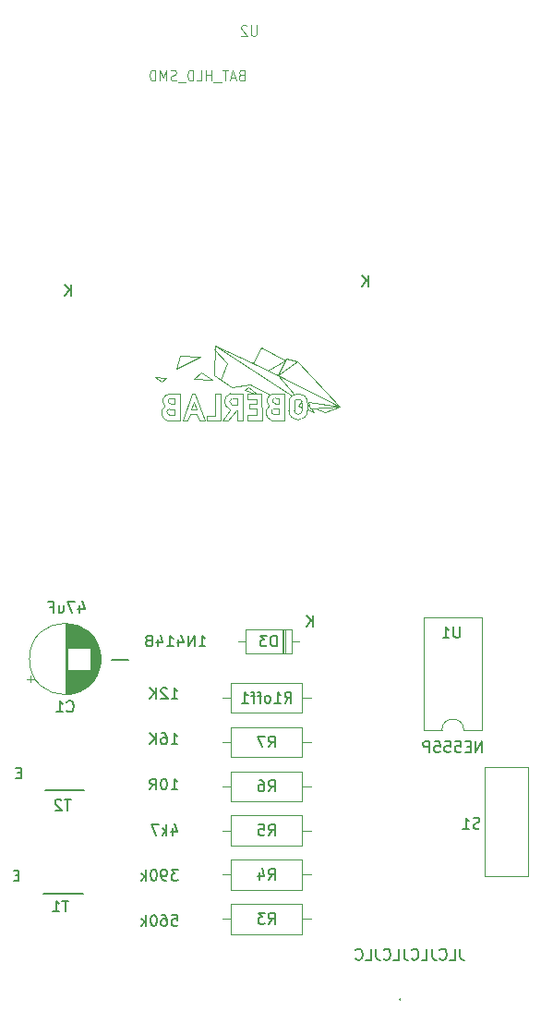
<source format=gbr>
%TF.GenerationSoftware,KiCad,Pcbnew,9.0.6*%
%TF.CreationDate,2025-12-01T23:05:10+01:00*%
%TF.ProjectId,Coala,436f616c-612e-46b6-9963-61645f706362,rev?*%
%TF.SameCoordinates,Original*%
%TF.FileFunction,Legend,Bot*%
%TF.FilePolarity,Positive*%
%FSLAX46Y46*%
G04 Gerber Fmt 4.6, Leading zero omitted, Abs format (unit mm)*
G04 Created by KiCad (PCBNEW 9.0.6) date 2025-12-01 23:05:10*
%MOMM*%
%LPD*%
G01*
G04 APERTURE LIST*
%ADD10C,0.150000*%
%ADD11C,0.200000*%
%ADD12C,0.050000*%
%ADD13C,0.120000*%
%ADD14C,0.010000*%
G04 APERTURE END LIST*
D10*
X122661904Y-127054819D02*
X122090476Y-127054819D01*
X122376190Y-128054819D02*
X122376190Y-127054819D01*
X121804761Y-127150057D02*
X121757142Y-127102438D01*
X121757142Y-127102438D02*
X121661904Y-127054819D01*
X121661904Y-127054819D02*
X121423809Y-127054819D01*
X121423809Y-127054819D02*
X121328571Y-127102438D01*
X121328571Y-127102438D02*
X121280952Y-127150057D01*
X121280952Y-127150057D02*
X121233333Y-127245295D01*
X121233333Y-127245295D02*
X121233333Y-127340533D01*
X121233333Y-127340533D02*
X121280952Y-127483390D01*
X121280952Y-127483390D02*
X121852380Y-128054819D01*
X121852380Y-128054819D02*
X121233333Y-128054819D01*
X122461904Y-136354819D02*
X121890476Y-136354819D01*
X122176190Y-137354819D02*
X122176190Y-136354819D01*
X121033333Y-137354819D02*
X121604761Y-137354819D01*
X121319047Y-137354819D02*
X121319047Y-136354819D01*
X121319047Y-136354819D02*
X121414285Y-136497676D01*
X121414285Y-136497676D02*
X121509523Y-136592914D01*
X121509523Y-136592914D02*
X121604761Y-136640533D01*
X158377506Y-140769819D02*
X158377506Y-141484104D01*
X158377506Y-141484104D02*
X158425125Y-141626961D01*
X158425125Y-141626961D02*
X158520363Y-141722200D01*
X158520363Y-141722200D02*
X158663220Y-141769819D01*
X158663220Y-141769819D02*
X158758458Y-141769819D01*
X157425125Y-141769819D02*
X157901315Y-141769819D01*
X157901315Y-141769819D02*
X157901315Y-140769819D01*
X156520363Y-141674580D02*
X156567982Y-141722200D01*
X156567982Y-141722200D02*
X156710839Y-141769819D01*
X156710839Y-141769819D02*
X156806077Y-141769819D01*
X156806077Y-141769819D02*
X156948934Y-141722200D01*
X156948934Y-141722200D02*
X157044172Y-141626961D01*
X157044172Y-141626961D02*
X157091791Y-141531723D01*
X157091791Y-141531723D02*
X157139410Y-141341247D01*
X157139410Y-141341247D02*
X157139410Y-141198390D01*
X157139410Y-141198390D02*
X157091791Y-141007914D01*
X157091791Y-141007914D02*
X157044172Y-140912676D01*
X157044172Y-140912676D02*
X156948934Y-140817438D01*
X156948934Y-140817438D02*
X156806077Y-140769819D01*
X156806077Y-140769819D02*
X156710839Y-140769819D01*
X156710839Y-140769819D02*
X156567982Y-140817438D01*
X156567982Y-140817438D02*
X156520363Y-140865057D01*
X155806077Y-140769819D02*
X155806077Y-141484104D01*
X155806077Y-141484104D02*
X155853696Y-141626961D01*
X155853696Y-141626961D02*
X155948934Y-141722200D01*
X155948934Y-141722200D02*
X156091791Y-141769819D01*
X156091791Y-141769819D02*
X156187029Y-141769819D01*
X154853696Y-141769819D02*
X155329886Y-141769819D01*
X155329886Y-141769819D02*
X155329886Y-140769819D01*
X153948934Y-141674580D02*
X153996553Y-141722200D01*
X153996553Y-141722200D02*
X154139410Y-141769819D01*
X154139410Y-141769819D02*
X154234648Y-141769819D01*
X154234648Y-141769819D02*
X154377505Y-141722200D01*
X154377505Y-141722200D02*
X154472743Y-141626961D01*
X154472743Y-141626961D02*
X154520362Y-141531723D01*
X154520362Y-141531723D02*
X154567981Y-141341247D01*
X154567981Y-141341247D02*
X154567981Y-141198390D01*
X154567981Y-141198390D02*
X154520362Y-141007914D01*
X154520362Y-141007914D02*
X154472743Y-140912676D01*
X154472743Y-140912676D02*
X154377505Y-140817438D01*
X154377505Y-140817438D02*
X154234648Y-140769819D01*
X154234648Y-140769819D02*
X154139410Y-140769819D01*
X154139410Y-140769819D02*
X153996553Y-140817438D01*
X153996553Y-140817438D02*
X153948934Y-140865057D01*
X153234648Y-140769819D02*
X153234648Y-141484104D01*
X153234648Y-141484104D02*
X153282267Y-141626961D01*
X153282267Y-141626961D02*
X153377505Y-141722200D01*
X153377505Y-141722200D02*
X153520362Y-141769819D01*
X153520362Y-141769819D02*
X153615600Y-141769819D01*
X152282267Y-141769819D02*
X152758457Y-141769819D01*
X152758457Y-141769819D02*
X152758457Y-140769819D01*
X151377505Y-141674580D02*
X151425124Y-141722200D01*
X151425124Y-141722200D02*
X151567981Y-141769819D01*
X151567981Y-141769819D02*
X151663219Y-141769819D01*
X151663219Y-141769819D02*
X151806076Y-141722200D01*
X151806076Y-141722200D02*
X151901314Y-141626961D01*
X151901314Y-141626961D02*
X151948933Y-141531723D01*
X151948933Y-141531723D02*
X151996552Y-141341247D01*
X151996552Y-141341247D02*
X151996552Y-141198390D01*
X151996552Y-141198390D02*
X151948933Y-141007914D01*
X151948933Y-141007914D02*
X151901314Y-140912676D01*
X151901314Y-140912676D02*
X151806076Y-140817438D01*
X151806076Y-140817438D02*
X151663219Y-140769819D01*
X151663219Y-140769819D02*
X151567981Y-140769819D01*
X151567981Y-140769819D02*
X151425124Y-140817438D01*
X151425124Y-140817438D02*
X151377505Y-140865057D01*
X150663219Y-140769819D02*
X150663219Y-141484104D01*
X150663219Y-141484104D02*
X150710838Y-141626961D01*
X150710838Y-141626961D02*
X150806076Y-141722200D01*
X150806076Y-141722200D02*
X150948933Y-141769819D01*
X150948933Y-141769819D02*
X151044171Y-141769819D01*
X149710838Y-141769819D02*
X150187028Y-141769819D01*
X150187028Y-141769819D02*
X150187028Y-140769819D01*
X148806076Y-141674580D02*
X148853695Y-141722200D01*
X148853695Y-141722200D02*
X148996552Y-141769819D01*
X148996552Y-141769819D02*
X149091790Y-141769819D01*
X149091790Y-141769819D02*
X149234647Y-141722200D01*
X149234647Y-141722200D02*
X149329885Y-141626961D01*
X149329885Y-141626961D02*
X149377504Y-141531723D01*
X149377504Y-141531723D02*
X149425123Y-141341247D01*
X149425123Y-141341247D02*
X149425123Y-141198390D01*
X149425123Y-141198390D02*
X149377504Y-141007914D01*
X149377504Y-141007914D02*
X149329885Y-140912676D01*
X149329885Y-140912676D02*
X149234647Y-140817438D01*
X149234647Y-140817438D02*
X149091790Y-140769819D01*
X149091790Y-140769819D02*
X148996552Y-140769819D01*
X148996552Y-140769819D02*
X148853695Y-140817438D01*
X148853695Y-140817438D02*
X148806076Y-140865057D01*
X117914285Y-134031009D02*
X117580952Y-134031009D01*
X117438095Y-134554819D02*
X117914285Y-134554819D01*
X117914285Y-134554819D02*
X117914285Y-133554819D01*
X117914285Y-133554819D02*
X117438095Y-133554819D01*
X118114285Y-124631009D02*
X117780952Y-124631009D01*
X117638095Y-125154819D02*
X118114285Y-125154819D01*
X118114285Y-125154819D02*
X118114285Y-124154819D01*
X118114285Y-124154819D02*
X117638095Y-124154819D01*
X120300000Y-126200000D02*
X123900000Y-126200000D01*
X120200000Y-135700000D02*
X123800000Y-135700000D01*
D11*
X127961904Y-114252933D02*
X126438095Y-114252933D01*
D10*
X149961904Y-80054819D02*
X149961904Y-79054819D01*
X149390476Y-80054819D02*
X149819047Y-79483390D01*
X149390476Y-79054819D02*
X149961904Y-79626247D01*
X122661904Y-80954819D02*
X122661904Y-79954819D01*
X122090476Y-80954819D02*
X122519047Y-80383390D01*
X122090476Y-79954819D02*
X122661904Y-80526247D01*
D12*
X139715714Y-56120019D02*
X139715714Y-56929542D01*
X139715714Y-56929542D02*
X139672857Y-57024780D01*
X139672857Y-57024780D02*
X139630000Y-57072400D01*
X139630000Y-57072400D02*
X139544285Y-57120019D01*
X139544285Y-57120019D02*
X139372857Y-57120019D01*
X139372857Y-57120019D02*
X139287142Y-57072400D01*
X139287142Y-57072400D02*
X139244285Y-57024780D01*
X139244285Y-57024780D02*
X139201428Y-56929542D01*
X139201428Y-56929542D02*
X139201428Y-56120019D01*
X138815714Y-56215257D02*
X138772857Y-56167638D01*
X138772857Y-56167638D02*
X138687143Y-56120019D01*
X138687143Y-56120019D02*
X138472857Y-56120019D01*
X138472857Y-56120019D02*
X138387143Y-56167638D01*
X138387143Y-56167638D02*
X138344285Y-56215257D01*
X138344285Y-56215257D02*
X138301428Y-56310495D01*
X138301428Y-56310495D02*
X138301428Y-56405733D01*
X138301428Y-56405733D02*
X138344285Y-56548590D01*
X138344285Y-56548590D02*
X138858571Y-57120019D01*
X138858571Y-57120019D02*
X138301428Y-57120019D01*
X138308570Y-60716209D02*
X138179998Y-60763828D01*
X138179998Y-60763828D02*
X138137141Y-60811447D01*
X138137141Y-60811447D02*
X138094284Y-60906685D01*
X138094284Y-60906685D02*
X138094284Y-61049542D01*
X138094284Y-61049542D02*
X138137141Y-61144780D01*
X138137141Y-61144780D02*
X138179998Y-61192400D01*
X138179998Y-61192400D02*
X138265713Y-61240019D01*
X138265713Y-61240019D02*
X138608570Y-61240019D01*
X138608570Y-61240019D02*
X138608570Y-60240019D01*
X138608570Y-60240019D02*
X138308570Y-60240019D01*
X138308570Y-60240019D02*
X138222856Y-60287638D01*
X138222856Y-60287638D02*
X138179998Y-60335257D01*
X138179998Y-60335257D02*
X138137141Y-60430495D01*
X138137141Y-60430495D02*
X138137141Y-60525733D01*
X138137141Y-60525733D02*
X138179998Y-60620971D01*
X138179998Y-60620971D02*
X138222856Y-60668590D01*
X138222856Y-60668590D02*
X138308570Y-60716209D01*
X138308570Y-60716209D02*
X138608570Y-60716209D01*
X137751427Y-60954304D02*
X137322856Y-60954304D01*
X137837141Y-61240019D02*
X137537141Y-60240019D01*
X137537141Y-60240019D02*
X137237141Y-61240019D01*
X137065712Y-60240019D02*
X136551427Y-60240019D01*
X136808569Y-61240019D02*
X136808569Y-60240019D01*
X136465713Y-61335257D02*
X135779998Y-61335257D01*
X135565713Y-61240019D02*
X135565713Y-60240019D01*
X135565713Y-60716209D02*
X135051427Y-60716209D01*
X135051427Y-61240019D02*
X135051427Y-60240019D01*
X134194284Y-61240019D02*
X134622856Y-61240019D01*
X134622856Y-61240019D02*
X134622856Y-60240019D01*
X133894285Y-61240019D02*
X133894285Y-60240019D01*
X133894285Y-60240019D02*
X133679999Y-60240019D01*
X133679999Y-60240019D02*
X133551428Y-60287638D01*
X133551428Y-60287638D02*
X133465713Y-60382876D01*
X133465713Y-60382876D02*
X133422856Y-60478114D01*
X133422856Y-60478114D02*
X133379999Y-60668590D01*
X133379999Y-60668590D02*
X133379999Y-60811447D01*
X133379999Y-60811447D02*
X133422856Y-61001923D01*
X133422856Y-61001923D02*
X133465713Y-61097161D01*
X133465713Y-61097161D02*
X133551428Y-61192400D01*
X133551428Y-61192400D02*
X133679999Y-61240019D01*
X133679999Y-61240019D02*
X133894285Y-61240019D01*
X133208571Y-61335257D02*
X132522856Y-61335257D01*
X132351428Y-61192400D02*
X132222857Y-61240019D01*
X132222857Y-61240019D02*
X132008571Y-61240019D01*
X132008571Y-61240019D02*
X131922857Y-61192400D01*
X131922857Y-61192400D02*
X131879999Y-61144780D01*
X131879999Y-61144780D02*
X131837142Y-61049542D01*
X131837142Y-61049542D02*
X131837142Y-60954304D01*
X131837142Y-60954304D02*
X131879999Y-60859066D01*
X131879999Y-60859066D02*
X131922857Y-60811447D01*
X131922857Y-60811447D02*
X132008571Y-60763828D01*
X132008571Y-60763828D02*
X132179999Y-60716209D01*
X132179999Y-60716209D02*
X132265714Y-60668590D01*
X132265714Y-60668590D02*
X132308571Y-60620971D01*
X132308571Y-60620971D02*
X132351428Y-60525733D01*
X132351428Y-60525733D02*
X132351428Y-60430495D01*
X132351428Y-60430495D02*
X132308571Y-60335257D01*
X132308571Y-60335257D02*
X132265714Y-60287638D01*
X132265714Y-60287638D02*
X132179999Y-60240019D01*
X132179999Y-60240019D02*
X131965714Y-60240019D01*
X131965714Y-60240019D02*
X131837142Y-60287638D01*
X131451428Y-61240019D02*
X131451428Y-60240019D01*
X131451428Y-60240019D02*
X131151428Y-60954304D01*
X131151428Y-60954304D02*
X130851428Y-60240019D01*
X130851428Y-60240019D02*
X130851428Y-61240019D01*
X130422857Y-61240019D02*
X130422857Y-60240019D01*
X130422857Y-60240019D02*
X130208571Y-60240019D01*
X130208571Y-60240019D02*
X130080000Y-60287638D01*
X130080000Y-60287638D02*
X129994285Y-60382876D01*
X129994285Y-60382876D02*
X129951428Y-60478114D01*
X129951428Y-60478114D02*
X129908571Y-60668590D01*
X129908571Y-60668590D02*
X129908571Y-60811447D01*
X129908571Y-60811447D02*
X129951428Y-61001923D01*
X129951428Y-61001923D02*
X129994285Y-61097161D01*
X129994285Y-61097161D02*
X130080000Y-61192400D01*
X130080000Y-61192400D02*
X130208571Y-61240019D01*
X130208571Y-61240019D02*
X130422857Y-61240019D01*
D10*
X158361904Y-111254819D02*
X158361904Y-112064342D01*
X158361904Y-112064342D02*
X158314285Y-112159580D01*
X158314285Y-112159580D02*
X158266666Y-112207200D01*
X158266666Y-112207200D02*
X158171428Y-112254819D01*
X158171428Y-112254819D02*
X157980952Y-112254819D01*
X157980952Y-112254819D02*
X157885714Y-112207200D01*
X157885714Y-112207200D02*
X157838095Y-112159580D01*
X157838095Y-112159580D02*
X157790476Y-112064342D01*
X157790476Y-112064342D02*
X157790476Y-111254819D01*
X156790476Y-112254819D02*
X157361904Y-112254819D01*
X157076190Y-112254819D02*
X157076190Y-111254819D01*
X157076190Y-111254819D02*
X157171428Y-111397676D01*
X157171428Y-111397676D02*
X157266666Y-111492914D01*
X157266666Y-111492914D02*
X157361904Y-111540533D01*
X160366666Y-122754819D02*
X160366666Y-121754819D01*
X160366666Y-121754819D02*
X159795238Y-122754819D01*
X159795238Y-122754819D02*
X159795238Y-121754819D01*
X159319047Y-122231009D02*
X158985714Y-122231009D01*
X158842857Y-122754819D02*
X159319047Y-122754819D01*
X159319047Y-122754819D02*
X159319047Y-121754819D01*
X159319047Y-121754819D02*
X158842857Y-121754819D01*
X157938095Y-121754819D02*
X158414285Y-121754819D01*
X158414285Y-121754819D02*
X158461904Y-122231009D01*
X158461904Y-122231009D02*
X158414285Y-122183390D01*
X158414285Y-122183390D02*
X158319047Y-122135771D01*
X158319047Y-122135771D02*
X158080952Y-122135771D01*
X158080952Y-122135771D02*
X157985714Y-122183390D01*
X157985714Y-122183390D02*
X157938095Y-122231009D01*
X157938095Y-122231009D02*
X157890476Y-122326247D01*
X157890476Y-122326247D02*
X157890476Y-122564342D01*
X157890476Y-122564342D02*
X157938095Y-122659580D01*
X157938095Y-122659580D02*
X157985714Y-122707200D01*
X157985714Y-122707200D02*
X158080952Y-122754819D01*
X158080952Y-122754819D02*
X158319047Y-122754819D01*
X158319047Y-122754819D02*
X158414285Y-122707200D01*
X158414285Y-122707200D02*
X158461904Y-122659580D01*
X156985714Y-121754819D02*
X157461904Y-121754819D01*
X157461904Y-121754819D02*
X157509523Y-122231009D01*
X157509523Y-122231009D02*
X157461904Y-122183390D01*
X157461904Y-122183390D02*
X157366666Y-122135771D01*
X157366666Y-122135771D02*
X157128571Y-122135771D01*
X157128571Y-122135771D02*
X157033333Y-122183390D01*
X157033333Y-122183390D02*
X156985714Y-122231009D01*
X156985714Y-122231009D02*
X156938095Y-122326247D01*
X156938095Y-122326247D02*
X156938095Y-122564342D01*
X156938095Y-122564342D02*
X156985714Y-122659580D01*
X156985714Y-122659580D02*
X157033333Y-122707200D01*
X157033333Y-122707200D02*
X157128571Y-122754819D01*
X157128571Y-122754819D02*
X157366666Y-122754819D01*
X157366666Y-122754819D02*
X157461904Y-122707200D01*
X157461904Y-122707200D02*
X157509523Y-122659580D01*
X156033333Y-121754819D02*
X156509523Y-121754819D01*
X156509523Y-121754819D02*
X156557142Y-122231009D01*
X156557142Y-122231009D02*
X156509523Y-122183390D01*
X156509523Y-122183390D02*
X156414285Y-122135771D01*
X156414285Y-122135771D02*
X156176190Y-122135771D01*
X156176190Y-122135771D02*
X156080952Y-122183390D01*
X156080952Y-122183390D02*
X156033333Y-122231009D01*
X156033333Y-122231009D02*
X155985714Y-122326247D01*
X155985714Y-122326247D02*
X155985714Y-122564342D01*
X155985714Y-122564342D02*
X156033333Y-122659580D01*
X156033333Y-122659580D02*
X156080952Y-122707200D01*
X156080952Y-122707200D02*
X156176190Y-122754819D01*
X156176190Y-122754819D02*
X156414285Y-122754819D01*
X156414285Y-122754819D02*
X156509523Y-122707200D01*
X156509523Y-122707200D02*
X156557142Y-122659580D01*
X155557142Y-122754819D02*
X155557142Y-121754819D01*
X155557142Y-121754819D02*
X155176190Y-121754819D01*
X155176190Y-121754819D02*
X155080952Y-121802438D01*
X155080952Y-121802438D02*
X155033333Y-121850057D01*
X155033333Y-121850057D02*
X154985714Y-121945295D01*
X154985714Y-121945295D02*
X154985714Y-122088152D01*
X154985714Y-122088152D02*
X155033333Y-122183390D01*
X155033333Y-122183390D02*
X155080952Y-122231009D01*
X155080952Y-122231009D02*
X155176190Y-122278628D01*
X155176190Y-122278628D02*
X155557142Y-122278628D01*
X160161904Y-129707200D02*
X160019047Y-129754819D01*
X160019047Y-129754819D02*
X159780952Y-129754819D01*
X159780952Y-129754819D02*
X159685714Y-129707200D01*
X159685714Y-129707200D02*
X159638095Y-129659580D01*
X159638095Y-129659580D02*
X159590476Y-129564342D01*
X159590476Y-129564342D02*
X159590476Y-129469104D01*
X159590476Y-129469104D02*
X159638095Y-129373866D01*
X159638095Y-129373866D02*
X159685714Y-129326247D01*
X159685714Y-129326247D02*
X159780952Y-129278628D01*
X159780952Y-129278628D02*
X159971428Y-129231009D01*
X159971428Y-129231009D02*
X160066666Y-129183390D01*
X160066666Y-129183390D02*
X160114285Y-129135771D01*
X160114285Y-129135771D02*
X160161904Y-129040533D01*
X160161904Y-129040533D02*
X160161904Y-128945295D01*
X160161904Y-128945295D02*
X160114285Y-128850057D01*
X160114285Y-128850057D02*
X160066666Y-128802438D01*
X160066666Y-128802438D02*
X159971428Y-128754819D01*
X159971428Y-128754819D02*
X159733333Y-128754819D01*
X159733333Y-128754819D02*
X159590476Y-128802438D01*
X158638095Y-129754819D02*
X159209523Y-129754819D01*
X158923809Y-129754819D02*
X158923809Y-128754819D01*
X158923809Y-128754819D02*
X159019047Y-128897676D01*
X159019047Y-128897676D02*
X159114285Y-128992914D01*
X159114285Y-128992914D02*
X159209523Y-129040533D01*
X140802487Y-122278761D02*
X141135820Y-121802570D01*
X141373915Y-122278761D02*
X141373915Y-121278761D01*
X141373915Y-121278761D02*
X140992963Y-121278761D01*
X140992963Y-121278761D02*
X140897725Y-121326380D01*
X140897725Y-121326380D02*
X140850106Y-121373999D01*
X140850106Y-121373999D02*
X140802487Y-121469237D01*
X140802487Y-121469237D02*
X140802487Y-121612094D01*
X140802487Y-121612094D02*
X140850106Y-121707332D01*
X140850106Y-121707332D02*
X140897725Y-121754951D01*
X140897725Y-121754951D02*
X140992963Y-121802570D01*
X140992963Y-121802570D02*
X141373915Y-121802570D01*
X140469153Y-121278761D02*
X139802487Y-121278761D01*
X139802487Y-121278761D02*
X140231058Y-122278761D01*
X131890476Y-122014819D02*
X132461904Y-122014819D01*
X132176190Y-122014819D02*
X132176190Y-121014819D01*
X132176190Y-121014819D02*
X132271428Y-121157676D01*
X132271428Y-121157676D02*
X132366666Y-121252914D01*
X132366666Y-121252914D02*
X132461904Y-121300533D01*
X131033333Y-121014819D02*
X131223809Y-121014819D01*
X131223809Y-121014819D02*
X131319047Y-121062438D01*
X131319047Y-121062438D02*
X131366666Y-121110057D01*
X131366666Y-121110057D02*
X131461904Y-121252914D01*
X131461904Y-121252914D02*
X131509523Y-121443390D01*
X131509523Y-121443390D02*
X131509523Y-121824342D01*
X131509523Y-121824342D02*
X131461904Y-121919580D01*
X131461904Y-121919580D02*
X131414285Y-121967200D01*
X131414285Y-121967200D02*
X131319047Y-122014819D01*
X131319047Y-122014819D02*
X131128571Y-122014819D01*
X131128571Y-122014819D02*
X131033333Y-121967200D01*
X131033333Y-121967200D02*
X130985714Y-121919580D01*
X130985714Y-121919580D02*
X130938095Y-121824342D01*
X130938095Y-121824342D02*
X130938095Y-121586247D01*
X130938095Y-121586247D02*
X130985714Y-121491009D01*
X130985714Y-121491009D02*
X131033333Y-121443390D01*
X131033333Y-121443390D02*
X131128571Y-121395771D01*
X131128571Y-121395771D02*
X131319047Y-121395771D01*
X131319047Y-121395771D02*
X131414285Y-121443390D01*
X131414285Y-121443390D02*
X131461904Y-121491009D01*
X131461904Y-121491009D02*
X131509523Y-121586247D01*
X130509523Y-122014819D02*
X130509523Y-121014819D01*
X129938095Y-122014819D02*
X130366666Y-121443390D01*
X129938095Y-121014819D02*
X130509523Y-121586247D01*
X140802487Y-126328761D02*
X141135820Y-125852570D01*
X141373915Y-126328761D02*
X141373915Y-125328761D01*
X141373915Y-125328761D02*
X140992963Y-125328761D01*
X140992963Y-125328761D02*
X140897725Y-125376380D01*
X140897725Y-125376380D02*
X140850106Y-125423999D01*
X140850106Y-125423999D02*
X140802487Y-125519237D01*
X140802487Y-125519237D02*
X140802487Y-125662094D01*
X140802487Y-125662094D02*
X140850106Y-125757332D01*
X140850106Y-125757332D02*
X140897725Y-125804951D01*
X140897725Y-125804951D02*
X140992963Y-125852570D01*
X140992963Y-125852570D02*
X141373915Y-125852570D01*
X139945344Y-125328761D02*
X140135820Y-125328761D01*
X140135820Y-125328761D02*
X140231058Y-125376380D01*
X140231058Y-125376380D02*
X140278677Y-125423999D01*
X140278677Y-125423999D02*
X140373915Y-125566856D01*
X140373915Y-125566856D02*
X140421534Y-125757332D01*
X140421534Y-125757332D02*
X140421534Y-126138284D01*
X140421534Y-126138284D02*
X140373915Y-126233522D01*
X140373915Y-126233522D02*
X140326296Y-126281142D01*
X140326296Y-126281142D02*
X140231058Y-126328761D01*
X140231058Y-126328761D02*
X140040582Y-126328761D01*
X140040582Y-126328761D02*
X139945344Y-126281142D01*
X139945344Y-126281142D02*
X139897725Y-126233522D01*
X139897725Y-126233522D02*
X139850106Y-126138284D01*
X139850106Y-126138284D02*
X139850106Y-125900189D01*
X139850106Y-125900189D02*
X139897725Y-125804951D01*
X139897725Y-125804951D02*
X139945344Y-125757332D01*
X139945344Y-125757332D02*
X140040582Y-125709713D01*
X140040582Y-125709713D02*
X140231058Y-125709713D01*
X140231058Y-125709713D02*
X140326296Y-125757332D01*
X140326296Y-125757332D02*
X140373915Y-125804951D01*
X140373915Y-125804951D02*
X140421534Y-125900189D01*
X131890476Y-126174819D02*
X132461904Y-126174819D01*
X132176190Y-126174819D02*
X132176190Y-125174819D01*
X132176190Y-125174819D02*
X132271428Y-125317676D01*
X132271428Y-125317676D02*
X132366666Y-125412914D01*
X132366666Y-125412914D02*
X132461904Y-125460533D01*
X131271428Y-125174819D02*
X131176190Y-125174819D01*
X131176190Y-125174819D02*
X131080952Y-125222438D01*
X131080952Y-125222438D02*
X131033333Y-125270057D01*
X131033333Y-125270057D02*
X130985714Y-125365295D01*
X130985714Y-125365295D02*
X130938095Y-125555771D01*
X130938095Y-125555771D02*
X130938095Y-125793866D01*
X130938095Y-125793866D02*
X130985714Y-125984342D01*
X130985714Y-125984342D02*
X131033333Y-126079580D01*
X131033333Y-126079580D02*
X131080952Y-126127200D01*
X131080952Y-126127200D02*
X131176190Y-126174819D01*
X131176190Y-126174819D02*
X131271428Y-126174819D01*
X131271428Y-126174819D02*
X131366666Y-126127200D01*
X131366666Y-126127200D02*
X131414285Y-126079580D01*
X131414285Y-126079580D02*
X131461904Y-125984342D01*
X131461904Y-125984342D02*
X131509523Y-125793866D01*
X131509523Y-125793866D02*
X131509523Y-125555771D01*
X131509523Y-125555771D02*
X131461904Y-125365295D01*
X131461904Y-125365295D02*
X131414285Y-125270057D01*
X131414285Y-125270057D02*
X131366666Y-125222438D01*
X131366666Y-125222438D02*
X131271428Y-125174819D01*
X129938095Y-126174819D02*
X130271428Y-125698628D01*
X130509523Y-126174819D02*
X130509523Y-125174819D01*
X130509523Y-125174819D02*
X130128571Y-125174819D01*
X130128571Y-125174819D02*
X130033333Y-125222438D01*
X130033333Y-125222438D02*
X129985714Y-125270057D01*
X129985714Y-125270057D02*
X129938095Y-125365295D01*
X129938095Y-125365295D02*
X129938095Y-125508152D01*
X129938095Y-125508152D02*
X129985714Y-125603390D01*
X129985714Y-125603390D02*
X130033333Y-125651009D01*
X130033333Y-125651009D02*
X130128571Y-125698628D01*
X130128571Y-125698628D02*
X130509523Y-125698628D01*
X140802487Y-130378761D02*
X141135820Y-129902570D01*
X141373915Y-130378761D02*
X141373915Y-129378761D01*
X141373915Y-129378761D02*
X140992963Y-129378761D01*
X140992963Y-129378761D02*
X140897725Y-129426380D01*
X140897725Y-129426380D02*
X140850106Y-129473999D01*
X140850106Y-129473999D02*
X140802487Y-129569237D01*
X140802487Y-129569237D02*
X140802487Y-129712094D01*
X140802487Y-129712094D02*
X140850106Y-129807332D01*
X140850106Y-129807332D02*
X140897725Y-129854951D01*
X140897725Y-129854951D02*
X140992963Y-129902570D01*
X140992963Y-129902570D02*
X141373915Y-129902570D01*
X139897725Y-129378761D02*
X140373915Y-129378761D01*
X140373915Y-129378761D02*
X140421534Y-129854951D01*
X140421534Y-129854951D02*
X140373915Y-129807332D01*
X140373915Y-129807332D02*
X140278677Y-129759713D01*
X140278677Y-129759713D02*
X140040582Y-129759713D01*
X140040582Y-129759713D02*
X139945344Y-129807332D01*
X139945344Y-129807332D02*
X139897725Y-129854951D01*
X139897725Y-129854951D02*
X139850106Y-129950189D01*
X139850106Y-129950189D02*
X139850106Y-130188284D01*
X139850106Y-130188284D02*
X139897725Y-130283522D01*
X139897725Y-130283522D02*
X139945344Y-130331142D01*
X139945344Y-130331142D02*
X140040582Y-130378761D01*
X140040582Y-130378761D02*
X140278677Y-130378761D01*
X140278677Y-130378761D02*
X140373915Y-130331142D01*
X140373915Y-130331142D02*
X140421534Y-130283522D01*
X131985714Y-129668152D02*
X131985714Y-130334819D01*
X132223809Y-129287200D02*
X132461904Y-130001485D01*
X132461904Y-130001485D02*
X131842857Y-130001485D01*
X131461904Y-130334819D02*
X131461904Y-129334819D01*
X131366666Y-129953866D02*
X131080952Y-130334819D01*
X131080952Y-129668152D02*
X131461904Y-130049104D01*
X130747618Y-129334819D02*
X130080952Y-129334819D01*
X130080952Y-129334819D02*
X130509523Y-130334819D01*
X140802487Y-134428761D02*
X141135820Y-133952570D01*
X141373915Y-134428761D02*
X141373915Y-133428761D01*
X141373915Y-133428761D02*
X140992963Y-133428761D01*
X140992963Y-133428761D02*
X140897725Y-133476380D01*
X140897725Y-133476380D02*
X140850106Y-133523999D01*
X140850106Y-133523999D02*
X140802487Y-133619237D01*
X140802487Y-133619237D02*
X140802487Y-133762094D01*
X140802487Y-133762094D02*
X140850106Y-133857332D01*
X140850106Y-133857332D02*
X140897725Y-133904951D01*
X140897725Y-133904951D02*
X140992963Y-133952570D01*
X140992963Y-133952570D02*
X141373915Y-133952570D01*
X139945344Y-133762094D02*
X139945344Y-134428761D01*
X140183439Y-133381142D02*
X140421534Y-134095427D01*
X140421534Y-134095427D02*
X139802487Y-134095427D01*
X132509522Y-133494819D02*
X131890475Y-133494819D01*
X131890475Y-133494819D02*
X132223808Y-133875771D01*
X132223808Y-133875771D02*
X132080951Y-133875771D01*
X132080951Y-133875771D02*
X131985713Y-133923390D01*
X131985713Y-133923390D02*
X131938094Y-133971009D01*
X131938094Y-133971009D02*
X131890475Y-134066247D01*
X131890475Y-134066247D02*
X131890475Y-134304342D01*
X131890475Y-134304342D02*
X131938094Y-134399580D01*
X131938094Y-134399580D02*
X131985713Y-134447200D01*
X131985713Y-134447200D02*
X132080951Y-134494819D01*
X132080951Y-134494819D02*
X132366665Y-134494819D01*
X132366665Y-134494819D02*
X132461903Y-134447200D01*
X132461903Y-134447200D02*
X132509522Y-134399580D01*
X131414284Y-134494819D02*
X131223808Y-134494819D01*
X131223808Y-134494819D02*
X131128570Y-134447200D01*
X131128570Y-134447200D02*
X131080951Y-134399580D01*
X131080951Y-134399580D02*
X130985713Y-134256723D01*
X130985713Y-134256723D02*
X130938094Y-134066247D01*
X130938094Y-134066247D02*
X130938094Y-133685295D01*
X130938094Y-133685295D02*
X130985713Y-133590057D01*
X130985713Y-133590057D02*
X131033332Y-133542438D01*
X131033332Y-133542438D02*
X131128570Y-133494819D01*
X131128570Y-133494819D02*
X131319046Y-133494819D01*
X131319046Y-133494819D02*
X131414284Y-133542438D01*
X131414284Y-133542438D02*
X131461903Y-133590057D01*
X131461903Y-133590057D02*
X131509522Y-133685295D01*
X131509522Y-133685295D02*
X131509522Y-133923390D01*
X131509522Y-133923390D02*
X131461903Y-134018628D01*
X131461903Y-134018628D02*
X131414284Y-134066247D01*
X131414284Y-134066247D02*
X131319046Y-134113866D01*
X131319046Y-134113866D02*
X131128570Y-134113866D01*
X131128570Y-134113866D02*
X131033332Y-134066247D01*
X131033332Y-134066247D02*
X130985713Y-134018628D01*
X130985713Y-134018628D02*
X130938094Y-133923390D01*
X130319046Y-133494819D02*
X130223808Y-133494819D01*
X130223808Y-133494819D02*
X130128570Y-133542438D01*
X130128570Y-133542438D02*
X130080951Y-133590057D01*
X130080951Y-133590057D02*
X130033332Y-133685295D01*
X130033332Y-133685295D02*
X129985713Y-133875771D01*
X129985713Y-133875771D02*
X129985713Y-134113866D01*
X129985713Y-134113866D02*
X130033332Y-134304342D01*
X130033332Y-134304342D02*
X130080951Y-134399580D01*
X130080951Y-134399580D02*
X130128570Y-134447200D01*
X130128570Y-134447200D02*
X130223808Y-134494819D01*
X130223808Y-134494819D02*
X130319046Y-134494819D01*
X130319046Y-134494819D02*
X130414284Y-134447200D01*
X130414284Y-134447200D02*
X130461903Y-134399580D01*
X130461903Y-134399580D02*
X130509522Y-134304342D01*
X130509522Y-134304342D02*
X130557141Y-134113866D01*
X130557141Y-134113866D02*
X130557141Y-133875771D01*
X130557141Y-133875771D02*
X130509522Y-133685295D01*
X130509522Y-133685295D02*
X130461903Y-133590057D01*
X130461903Y-133590057D02*
X130414284Y-133542438D01*
X130414284Y-133542438D02*
X130319046Y-133494819D01*
X129557141Y-134494819D02*
X129557141Y-133494819D01*
X129461903Y-134113866D02*
X129176189Y-134494819D01*
X129176189Y-133828152D02*
X129557141Y-134209104D01*
X140802487Y-138478761D02*
X141135820Y-138002570D01*
X141373915Y-138478761D02*
X141373915Y-137478761D01*
X141373915Y-137478761D02*
X140992963Y-137478761D01*
X140992963Y-137478761D02*
X140897725Y-137526380D01*
X140897725Y-137526380D02*
X140850106Y-137573999D01*
X140850106Y-137573999D02*
X140802487Y-137669237D01*
X140802487Y-137669237D02*
X140802487Y-137812094D01*
X140802487Y-137812094D02*
X140850106Y-137907332D01*
X140850106Y-137907332D02*
X140897725Y-137954951D01*
X140897725Y-137954951D02*
X140992963Y-138002570D01*
X140992963Y-138002570D02*
X141373915Y-138002570D01*
X140469153Y-137478761D02*
X139850106Y-137478761D01*
X139850106Y-137478761D02*
X140183439Y-137859713D01*
X140183439Y-137859713D02*
X140040582Y-137859713D01*
X140040582Y-137859713D02*
X139945344Y-137907332D01*
X139945344Y-137907332D02*
X139897725Y-137954951D01*
X139897725Y-137954951D02*
X139850106Y-138050189D01*
X139850106Y-138050189D02*
X139850106Y-138288284D01*
X139850106Y-138288284D02*
X139897725Y-138383522D01*
X139897725Y-138383522D02*
X139945344Y-138431142D01*
X139945344Y-138431142D02*
X140040582Y-138478761D01*
X140040582Y-138478761D02*
X140326296Y-138478761D01*
X140326296Y-138478761D02*
X140421534Y-138431142D01*
X140421534Y-138431142D02*
X140469153Y-138383522D01*
X131938094Y-137654819D02*
X132414284Y-137654819D01*
X132414284Y-137654819D02*
X132461903Y-138131009D01*
X132461903Y-138131009D02*
X132414284Y-138083390D01*
X132414284Y-138083390D02*
X132319046Y-138035771D01*
X132319046Y-138035771D02*
X132080951Y-138035771D01*
X132080951Y-138035771D02*
X131985713Y-138083390D01*
X131985713Y-138083390D02*
X131938094Y-138131009D01*
X131938094Y-138131009D02*
X131890475Y-138226247D01*
X131890475Y-138226247D02*
X131890475Y-138464342D01*
X131890475Y-138464342D02*
X131938094Y-138559580D01*
X131938094Y-138559580D02*
X131985713Y-138607200D01*
X131985713Y-138607200D02*
X132080951Y-138654819D01*
X132080951Y-138654819D02*
X132319046Y-138654819D01*
X132319046Y-138654819D02*
X132414284Y-138607200D01*
X132414284Y-138607200D02*
X132461903Y-138559580D01*
X131033332Y-137654819D02*
X131223808Y-137654819D01*
X131223808Y-137654819D02*
X131319046Y-137702438D01*
X131319046Y-137702438D02*
X131366665Y-137750057D01*
X131366665Y-137750057D02*
X131461903Y-137892914D01*
X131461903Y-137892914D02*
X131509522Y-138083390D01*
X131509522Y-138083390D02*
X131509522Y-138464342D01*
X131509522Y-138464342D02*
X131461903Y-138559580D01*
X131461903Y-138559580D02*
X131414284Y-138607200D01*
X131414284Y-138607200D02*
X131319046Y-138654819D01*
X131319046Y-138654819D02*
X131128570Y-138654819D01*
X131128570Y-138654819D02*
X131033332Y-138607200D01*
X131033332Y-138607200D02*
X130985713Y-138559580D01*
X130985713Y-138559580D02*
X130938094Y-138464342D01*
X130938094Y-138464342D02*
X130938094Y-138226247D01*
X130938094Y-138226247D02*
X130985713Y-138131009D01*
X130985713Y-138131009D02*
X131033332Y-138083390D01*
X131033332Y-138083390D02*
X131128570Y-138035771D01*
X131128570Y-138035771D02*
X131319046Y-138035771D01*
X131319046Y-138035771D02*
X131414284Y-138083390D01*
X131414284Y-138083390D02*
X131461903Y-138131009D01*
X131461903Y-138131009D02*
X131509522Y-138226247D01*
X130319046Y-137654819D02*
X130223808Y-137654819D01*
X130223808Y-137654819D02*
X130128570Y-137702438D01*
X130128570Y-137702438D02*
X130080951Y-137750057D01*
X130080951Y-137750057D02*
X130033332Y-137845295D01*
X130033332Y-137845295D02*
X129985713Y-138035771D01*
X129985713Y-138035771D02*
X129985713Y-138273866D01*
X129985713Y-138273866D02*
X130033332Y-138464342D01*
X130033332Y-138464342D02*
X130080951Y-138559580D01*
X130080951Y-138559580D02*
X130128570Y-138607200D01*
X130128570Y-138607200D02*
X130223808Y-138654819D01*
X130223808Y-138654819D02*
X130319046Y-138654819D01*
X130319046Y-138654819D02*
X130414284Y-138607200D01*
X130414284Y-138607200D02*
X130461903Y-138559580D01*
X130461903Y-138559580D02*
X130509522Y-138464342D01*
X130509522Y-138464342D02*
X130557141Y-138273866D01*
X130557141Y-138273866D02*
X130557141Y-138035771D01*
X130557141Y-138035771D02*
X130509522Y-137845295D01*
X130509522Y-137845295D02*
X130461903Y-137750057D01*
X130461903Y-137750057D02*
X130414284Y-137702438D01*
X130414284Y-137702438D02*
X130319046Y-137654819D01*
X129557141Y-138654819D02*
X129557141Y-137654819D01*
X129461903Y-138273866D02*
X129176189Y-138654819D01*
X129176189Y-137988152D02*
X129557141Y-138369104D01*
X142302488Y-118228761D02*
X142635821Y-117752570D01*
X142873916Y-118228761D02*
X142873916Y-117228761D01*
X142873916Y-117228761D02*
X142492964Y-117228761D01*
X142492964Y-117228761D02*
X142397726Y-117276380D01*
X142397726Y-117276380D02*
X142350107Y-117323999D01*
X142350107Y-117323999D02*
X142302488Y-117419237D01*
X142302488Y-117419237D02*
X142302488Y-117562094D01*
X142302488Y-117562094D02*
X142350107Y-117657332D01*
X142350107Y-117657332D02*
X142397726Y-117704951D01*
X142397726Y-117704951D02*
X142492964Y-117752570D01*
X142492964Y-117752570D02*
X142873916Y-117752570D01*
X141350107Y-118228761D02*
X141921535Y-118228761D01*
X141635821Y-118228761D02*
X141635821Y-117228761D01*
X141635821Y-117228761D02*
X141731059Y-117371618D01*
X141731059Y-117371618D02*
X141826297Y-117466856D01*
X141826297Y-117466856D02*
X141921535Y-117514475D01*
X140778678Y-118228761D02*
X140873916Y-118181142D01*
X140873916Y-118181142D02*
X140921535Y-118133522D01*
X140921535Y-118133522D02*
X140969154Y-118038284D01*
X140969154Y-118038284D02*
X140969154Y-117752570D01*
X140969154Y-117752570D02*
X140921535Y-117657332D01*
X140921535Y-117657332D02*
X140873916Y-117609713D01*
X140873916Y-117609713D02*
X140778678Y-117562094D01*
X140778678Y-117562094D02*
X140635821Y-117562094D01*
X140635821Y-117562094D02*
X140540583Y-117609713D01*
X140540583Y-117609713D02*
X140492964Y-117657332D01*
X140492964Y-117657332D02*
X140445345Y-117752570D01*
X140445345Y-117752570D02*
X140445345Y-118038284D01*
X140445345Y-118038284D02*
X140492964Y-118133522D01*
X140492964Y-118133522D02*
X140540583Y-118181142D01*
X140540583Y-118181142D02*
X140635821Y-118228761D01*
X140635821Y-118228761D02*
X140778678Y-118228761D01*
X140159630Y-117562094D02*
X139778678Y-117562094D01*
X140016773Y-118228761D02*
X140016773Y-117371618D01*
X140016773Y-117371618D02*
X139969154Y-117276380D01*
X139969154Y-117276380D02*
X139873916Y-117228761D01*
X139873916Y-117228761D02*
X139778678Y-117228761D01*
X139588201Y-117562094D02*
X139207249Y-117562094D01*
X139445344Y-118228761D02*
X139445344Y-117371618D01*
X139445344Y-117371618D02*
X139397725Y-117276380D01*
X139397725Y-117276380D02*
X139302487Y-117228761D01*
X139302487Y-117228761D02*
X139207249Y-117228761D01*
X138350106Y-118228761D02*
X138921534Y-118228761D01*
X138635820Y-118228761D02*
X138635820Y-117228761D01*
X138635820Y-117228761D02*
X138731058Y-117371618D01*
X138731058Y-117371618D02*
X138826296Y-117466856D01*
X138826296Y-117466856D02*
X138921534Y-117514475D01*
X131890476Y-117854819D02*
X132461904Y-117854819D01*
X132176190Y-117854819D02*
X132176190Y-116854819D01*
X132176190Y-116854819D02*
X132271428Y-116997676D01*
X132271428Y-116997676D02*
X132366666Y-117092914D01*
X132366666Y-117092914D02*
X132461904Y-117140533D01*
X131509523Y-116950057D02*
X131461904Y-116902438D01*
X131461904Y-116902438D02*
X131366666Y-116854819D01*
X131366666Y-116854819D02*
X131128571Y-116854819D01*
X131128571Y-116854819D02*
X131033333Y-116902438D01*
X131033333Y-116902438D02*
X130985714Y-116950057D01*
X130985714Y-116950057D02*
X130938095Y-117045295D01*
X130938095Y-117045295D02*
X130938095Y-117140533D01*
X130938095Y-117140533D02*
X130985714Y-117283390D01*
X130985714Y-117283390D02*
X131557142Y-117854819D01*
X131557142Y-117854819D02*
X130938095Y-117854819D01*
X130509523Y-117854819D02*
X130509523Y-116854819D01*
X129938095Y-117854819D02*
X130366666Y-117283390D01*
X129938095Y-116854819D02*
X130509523Y-117426247D01*
X141548094Y-113054819D02*
X141548094Y-112054819D01*
X141548094Y-112054819D02*
X141309999Y-112054819D01*
X141309999Y-112054819D02*
X141167142Y-112102438D01*
X141167142Y-112102438D02*
X141071904Y-112197676D01*
X141071904Y-112197676D02*
X141024285Y-112292914D01*
X141024285Y-112292914D02*
X140976666Y-112483390D01*
X140976666Y-112483390D02*
X140976666Y-112626247D01*
X140976666Y-112626247D02*
X141024285Y-112816723D01*
X141024285Y-112816723D02*
X141071904Y-112911961D01*
X141071904Y-112911961D02*
X141167142Y-113007200D01*
X141167142Y-113007200D02*
X141309999Y-113054819D01*
X141309999Y-113054819D02*
X141548094Y-113054819D01*
X140643332Y-112054819D02*
X140024285Y-112054819D01*
X140024285Y-112054819D02*
X140357618Y-112435771D01*
X140357618Y-112435771D02*
X140214761Y-112435771D01*
X140214761Y-112435771D02*
X140119523Y-112483390D01*
X140119523Y-112483390D02*
X140071904Y-112531009D01*
X140071904Y-112531009D02*
X140024285Y-112626247D01*
X140024285Y-112626247D02*
X140024285Y-112864342D01*
X140024285Y-112864342D02*
X140071904Y-112959580D01*
X140071904Y-112959580D02*
X140119523Y-113007200D01*
X140119523Y-113007200D02*
X140214761Y-113054819D01*
X140214761Y-113054819D02*
X140500475Y-113054819D01*
X140500475Y-113054819D02*
X140595713Y-113007200D01*
X140595713Y-113007200D02*
X140643332Y-112959580D01*
X134442857Y-113054819D02*
X135014285Y-113054819D01*
X134728571Y-113054819D02*
X134728571Y-112054819D01*
X134728571Y-112054819D02*
X134823809Y-112197676D01*
X134823809Y-112197676D02*
X134919047Y-112292914D01*
X134919047Y-112292914D02*
X135014285Y-112340533D01*
X134014285Y-113054819D02*
X134014285Y-112054819D01*
X134014285Y-112054819D02*
X133442857Y-113054819D01*
X133442857Y-113054819D02*
X133442857Y-112054819D01*
X132538095Y-112388152D02*
X132538095Y-113054819D01*
X132776190Y-112007200D02*
X133014285Y-112721485D01*
X133014285Y-112721485D02*
X132395238Y-112721485D01*
X131490476Y-113054819D02*
X132061904Y-113054819D01*
X131776190Y-113054819D02*
X131776190Y-112054819D01*
X131776190Y-112054819D02*
X131871428Y-112197676D01*
X131871428Y-112197676D02*
X131966666Y-112292914D01*
X131966666Y-112292914D02*
X132061904Y-112340533D01*
X130633333Y-112388152D02*
X130633333Y-113054819D01*
X130871428Y-112007200D02*
X131109523Y-112721485D01*
X131109523Y-112721485D02*
X130490476Y-112721485D01*
X129966666Y-112483390D02*
X130061904Y-112435771D01*
X130061904Y-112435771D02*
X130109523Y-112388152D01*
X130109523Y-112388152D02*
X130157142Y-112292914D01*
X130157142Y-112292914D02*
X130157142Y-112245295D01*
X130157142Y-112245295D02*
X130109523Y-112150057D01*
X130109523Y-112150057D02*
X130061904Y-112102438D01*
X130061904Y-112102438D02*
X129966666Y-112054819D01*
X129966666Y-112054819D02*
X129776190Y-112054819D01*
X129776190Y-112054819D02*
X129680952Y-112102438D01*
X129680952Y-112102438D02*
X129633333Y-112150057D01*
X129633333Y-112150057D02*
X129585714Y-112245295D01*
X129585714Y-112245295D02*
X129585714Y-112292914D01*
X129585714Y-112292914D02*
X129633333Y-112388152D01*
X129633333Y-112388152D02*
X129680952Y-112435771D01*
X129680952Y-112435771D02*
X129776190Y-112483390D01*
X129776190Y-112483390D02*
X129966666Y-112483390D01*
X129966666Y-112483390D02*
X130061904Y-112531009D01*
X130061904Y-112531009D02*
X130109523Y-112578628D01*
X130109523Y-112578628D02*
X130157142Y-112673866D01*
X130157142Y-112673866D02*
X130157142Y-112864342D01*
X130157142Y-112864342D02*
X130109523Y-112959580D01*
X130109523Y-112959580D02*
X130061904Y-113007200D01*
X130061904Y-113007200D02*
X129966666Y-113054819D01*
X129966666Y-113054819D02*
X129776190Y-113054819D01*
X129776190Y-113054819D02*
X129680952Y-113007200D01*
X129680952Y-113007200D02*
X129633333Y-112959580D01*
X129633333Y-112959580D02*
X129585714Y-112864342D01*
X129585714Y-112864342D02*
X129585714Y-112673866D01*
X129585714Y-112673866D02*
X129633333Y-112578628D01*
X129633333Y-112578628D02*
X129680952Y-112531009D01*
X129680952Y-112531009D02*
X129776190Y-112483390D01*
X144881904Y-111254819D02*
X144881904Y-110254819D01*
X144310476Y-111254819D02*
X144739047Y-110683390D01*
X144310476Y-110254819D02*
X144881904Y-110826247D01*
X122316666Y-118959580D02*
X122364285Y-119007200D01*
X122364285Y-119007200D02*
X122507142Y-119054819D01*
X122507142Y-119054819D02*
X122602380Y-119054819D01*
X122602380Y-119054819D02*
X122745237Y-119007200D01*
X122745237Y-119007200D02*
X122840475Y-118911961D01*
X122840475Y-118911961D02*
X122888094Y-118816723D01*
X122888094Y-118816723D02*
X122935713Y-118626247D01*
X122935713Y-118626247D02*
X122935713Y-118483390D01*
X122935713Y-118483390D02*
X122888094Y-118292914D01*
X122888094Y-118292914D02*
X122840475Y-118197676D01*
X122840475Y-118197676D02*
X122745237Y-118102438D01*
X122745237Y-118102438D02*
X122602380Y-118054819D01*
X122602380Y-118054819D02*
X122507142Y-118054819D01*
X122507142Y-118054819D02*
X122364285Y-118102438D01*
X122364285Y-118102438D02*
X122316666Y-118150057D01*
X121364285Y-119054819D02*
X121935713Y-119054819D01*
X121649999Y-119054819D02*
X121649999Y-118054819D01*
X121649999Y-118054819D02*
X121745237Y-118197676D01*
X121745237Y-118197676D02*
X121840475Y-118292914D01*
X121840475Y-118292914D02*
X121935713Y-118340533D01*
X123466666Y-109288152D02*
X123466666Y-109954819D01*
X123704761Y-108907200D02*
X123942856Y-109621485D01*
X123942856Y-109621485D02*
X123323809Y-109621485D01*
X123038094Y-108954819D02*
X122371428Y-108954819D01*
X122371428Y-108954819D02*
X122799999Y-109954819D01*
X121561904Y-109288152D02*
X121561904Y-109954819D01*
X121990475Y-109288152D02*
X121990475Y-109811961D01*
X121990475Y-109811961D02*
X121942856Y-109907200D01*
X121942856Y-109907200D02*
X121847618Y-109954819D01*
X121847618Y-109954819D02*
X121704761Y-109954819D01*
X121704761Y-109954819D02*
X121609523Y-109907200D01*
X121609523Y-109907200D02*
X121561904Y-109859580D01*
X120752380Y-109431009D02*
X121085713Y-109431009D01*
X121085713Y-109954819D02*
X121085713Y-108954819D01*
X121085713Y-108954819D02*
X120609523Y-108954819D01*
D12*
%TO.C,G\u002A\u002A\u002A*%
X140100000Y-85675000D02*
X142300000Y-86850000D01*
X142300000Y-86850000D02*
X140725000Y-87750000D01*
X147325000Y-91100000D02*
X146000000Y-91575000D01*
X144425000Y-90625000D02*
X144650000Y-91250000D01*
X144650000Y-91250000D02*
X147325000Y-91100000D01*
X139100000Y-89100000D02*
X140925000Y-90000000D01*
X137425000Y-89325000D02*
X139100000Y-89100000D01*
X135800000Y-88200000D02*
X137425000Y-89325000D01*
X147325000Y-91100000D02*
X143425000Y-86925000D01*
X147325000Y-91100000D02*
X144425000Y-90625000D01*
D13*
X137475000Y-90350000D02*
X137925000Y-90350000D01*
D12*
X138975000Y-89275000D02*
X138575000Y-89550000D01*
X139750000Y-89875000D02*
X138975000Y-89275000D01*
D13*
X138425000Y-89900000D02*
X138425000Y-92350000D01*
X141725000Y-91800000D02*
X141275000Y-91800000D01*
X142225000Y-89900000D02*
X142275000Y-92350000D01*
D12*
X143425000Y-86925000D02*
X142400000Y-86675000D01*
X131000000Y-88825000D02*
X131425000Y-88500000D01*
D13*
X141725000Y-91300000D02*
X141725000Y-91800000D01*
D12*
X130425000Y-88350000D02*
X131000000Y-88825000D01*
D13*
X137075000Y-92350000D02*
X136675000Y-92350000D01*
X138875000Y-92350000D02*
X138875000Y-91850000D01*
X137975000Y-91400000D02*
X137825000Y-91400000D01*
X138425000Y-92350000D02*
X137975000Y-92350000D01*
D12*
X139350000Y-87100000D02*
X135875000Y-85475000D01*
X134650000Y-87975000D02*
X133950000Y-88550000D01*
X139350000Y-87100000D02*
X141675000Y-88250000D01*
X135875000Y-85475000D02*
X135800000Y-88200000D01*
D13*
X132150000Y-91825000D02*
X131700000Y-91825000D01*
X136575000Y-92350000D02*
X137275000Y-91400000D01*
X137925000Y-90350000D02*
X137925000Y-90900000D01*
X132150000Y-90825000D02*
X131850000Y-90825000D01*
D12*
X132725000Y-86450000D02*
X134525000Y-86500000D01*
X143500000Y-91000000D02*
X143875000Y-91175000D01*
X142975000Y-90075000D02*
X135875000Y-85475000D01*
X134525000Y-86500000D02*
X132375000Y-87625000D01*
X144925000Y-91625000D02*
X144350000Y-90825000D01*
X133950000Y-88550000D02*
X135625000Y-88650000D01*
D13*
X132150000Y-90375000D02*
X132150000Y-90825000D01*
X141725000Y-90300000D02*
X141475000Y-90300000D01*
X137925000Y-90900000D02*
X137425000Y-90900000D01*
X139725000Y-91850000D02*
X139725000Y-91300000D01*
X138875000Y-91850000D02*
X139725000Y-91850000D01*
X143175000Y-90750000D02*
X143175000Y-91400000D01*
D12*
X138575000Y-89550000D02*
X139550000Y-89900000D01*
X143425000Y-86925000D02*
X141675000Y-88250000D01*
X143825000Y-90600000D02*
X143500000Y-91000000D01*
D13*
X141325000Y-89913605D02*
X142225000Y-89900000D01*
D12*
X144375000Y-91350000D02*
X144925000Y-91625000D01*
X131425000Y-88500000D02*
X130425000Y-88350000D01*
D13*
X132150000Y-90325000D02*
X131900000Y-90325000D01*
X141724999Y-91295050D02*
X141324999Y-91295050D01*
X131750000Y-89938605D02*
X132650000Y-89925000D01*
D12*
X141675000Y-88250000D02*
X147325000Y-91100000D01*
D13*
X133925000Y-90625000D02*
X134200000Y-91375000D01*
X133700000Y-91375000D02*
X133925000Y-90625000D01*
X140125000Y-92350000D02*
X138875000Y-92350000D01*
X137316269Y-89894594D02*
X138425000Y-89900000D01*
X132149999Y-91320050D02*
X131749999Y-91320050D01*
X132150000Y-91325000D02*
X132150000Y-91825000D01*
X132700000Y-92375000D02*
X131500000Y-92375000D01*
D12*
X146000000Y-91575000D02*
X145175000Y-91225000D01*
D13*
X142275000Y-92350000D02*
X141075000Y-92350000D01*
X143875000Y-90750000D02*
X143875000Y-91450000D01*
D12*
X136975000Y-87100000D02*
X136400000Y-88600000D01*
X135850000Y-85875000D02*
X136975000Y-87100000D01*
X135650000Y-88650000D02*
X134650000Y-87975000D01*
D13*
X132650000Y-89925000D02*
X132700000Y-92375000D01*
D12*
X140100000Y-85675000D02*
X139350000Y-87100000D01*
X142400000Y-86675000D02*
X141675000Y-88250000D01*
X132375000Y-87625000D02*
X132725000Y-86450000D01*
D13*
X137975000Y-92350000D02*
X137975000Y-91400000D01*
X136675000Y-92350000D02*
X136575000Y-92350000D01*
X137825000Y-91400000D02*
X137075000Y-92350000D01*
X135150000Y-91900000D02*
X135150000Y-92350000D01*
X133625000Y-91775000D02*
X133375000Y-92375000D01*
X134475000Y-92375000D02*
X134225000Y-91775000D01*
X139725000Y-90400000D02*
X138875000Y-90400000D01*
X141725000Y-90800000D02*
X141425000Y-90800000D01*
X134200000Y-91375000D02*
X133700000Y-91375000D01*
X138875000Y-89900000D02*
X140175000Y-89900000D01*
X134075000Y-89925000D02*
X134975000Y-92375000D01*
X139725000Y-91300000D02*
X139075000Y-91300000D01*
X138875000Y-90400000D02*
X138875000Y-89900000D01*
X134475000Y-92375000D02*
X134975000Y-92375000D01*
D12*
X141675000Y-88250000D02*
X143150000Y-89975000D01*
D13*
X135925000Y-89900000D02*
X135900000Y-91900000D01*
X136400000Y-92350000D02*
X136375000Y-89900000D01*
X139075000Y-91300000D02*
X139075000Y-90850000D01*
X133375000Y-92375000D02*
X132975000Y-92375000D01*
X133750000Y-89925000D02*
X134075000Y-89925000D01*
X139075000Y-90850000D02*
X139725000Y-90850000D01*
X141725000Y-90350000D02*
X141725000Y-90800000D01*
X139725000Y-90850000D02*
X139725000Y-90400000D01*
X132975000Y-92375000D02*
X133750000Y-89925000D01*
X140225000Y-92350000D02*
X140125000Y-92350000D01*
X140175000Y-89900000D02*
X140225000Y-92350000D01*
X142675000Y-90750000D02*
X142675000Y-91450000D01*
X144375000Y-91450000D02*
X144375000Y-90750000D01*
X136375000Y-89900000D02*
X135925000Y-89900000D01*
D14*
X152872361Y-145345226D02*
X152808542Y-145409045D01*
X152744723Y-145345226D01*
X152808542Y-145281407D01*
X152872361Y-145345226D01*
G36*
X152872361Y-145345226D02*
G01*
X152808542Y-145409045D01*
X152744723Y-145345226D01*
X152808542Y-145281407D01*
X152872361Y-145345226D01*
G37*
D13*
X135150000Y-92350000D02*
X136400000Y-92350000D01*
X135900000Y-91900000D02*
X135150000Y-91900000D01*
X134225000Y-91775000D02*
X133625000Y-91775000D01*
X141425000Y-90800000D02*
G75*
G02*
X141485634Y-90307464I0J250000D01*
G01*
X140875001Y-90999999D02*
G75*
G02*
X141325000Y-89913605I449999J449999D01*
G01*
X142675000Y-90750000D02*
G75*
G02*
X144375000Y-90750000I850000J0D01*
G01*
X141275001Y-91799999D02*
G75*
G02*
X141324999Y-91295050I49999J249999D01*
G01*
X131300001Y-91024999D02*
G75*
G02*
X131750000Y-89938605I449999J449999D01*
G01*
X141075001Y-92349999D02*
G75*
G02*
X140898744Y-91041063I249999J699999D01*
G01*
X131850000Y-90825000D02*
G75*
G02*
X131910634Y-90332464I0J250000D01*
G01*
X131700001Y-91824999D02*
G75*
G02*
X131749999Y-91320050I49999J249999D01*
G01*
X143175000Y-90750000D02*
G75*
G02*
X143875000Y-90750000I350000J0D01*
G01*
X143875000Y-91450000D02*
G75*
G02*
X143175000Y-91450000I-350000J0D01*
G01*
X137425001Y-90899999D02*
G75*
G02*
X137425001Y-90350001I124999J274999D01*
G01*
X131500001Y-92374999D02*
G75*
G02*
X131323744Y-91066063I249999J699999D01*
G01*
X144375000Y-91450000D02*
G75*
G02*
X142675000Y-91450000I-850000J0D01*
G01*
X137300001Y-91349999D02*
G75*
G02*
X137316269Y-89894594I249999J724999D01*
G01*
%TO.C,U1*%
X155060000Y-120710000D02*
X155060000Y-110430000D01*
X155060000Y-110430000D02*
X160360000Y-110430000D01*
X156710000Y-120710000D02*
X155060000Y-120710000D01*
X160360000Y-120710000D02*
X158710000Y-120710000D01*
X160360000Y-110430000D02*
X160360000Y-120710000D01*
X156710000Y-120710000D02*
G75*
G02*
X158710000Y-120710000I1000000J0D01*
G01*
%TO.C,S1*%
X164606600Y-134087600D02*
X164606600Y-124130800D01*
X160669600Y-134087600D02*
X164606600Y-134113000D01*
X164606600Y-124130800D02*
X160669600Y-124130800D01*
X160669600Y-124130800D02*
X160669600Y-134087600D01*
%TO.C,R7*%
X136595821Y-121823942D02*
X137365821Y-121823942D01*
X144675821Y-121823942D02*
X143905821Y-121823942D01*
X137365821Y-123193942D02*
X143905821Y-123193942D01*
X143905821Y-120453942D01*
X137365821Y-120453942D01*
X137365821Y-123193942D01*
%TO.C,R6*%
X136595821Y-125873942D02*
X137365821Y-125873942D01*
X144675821Y-125873942D02*
X143905821Y-125873942D01*
X137365821Y-127243942D02*
X143905821Y-127243942D01*
X143905821Y-124503942D01*
X137365821Y-124503942D01*
X137365821Y-127243942D01*
%TO.C,R5*%
X136595821Y-129923942D02*
X137365821Y-129923942D01*
X144675821Y-129923942D02*
X143905821Y-129923942D01*
X137365821Y-131293942D02*
X143905821Y-131293942D01*
X143905821Y-128553942D01*
X137365821Y-128553942D01*
X137365821Y-131293942D01*
%TO.C,R4*%
X136595821Y-133973942D02*
X137365821Y-133973942D01*
X144675821Y-133973942D02*
X143905821Y-133973942D01*
X137365821Y-135343942D02*
X143905821Y-135343942D01*
X143905821Y-132603942D01*
X137365821Y-132603942D01*
X137365821Y-135343942D01*
%TO.C,R3*%
X136595821Y-138023942D02*
X137365821Y-138023942D01*
X144675821Y-138023942D02*
X143905821Y-138023942D01*
X137365821Y-139393942D02*
X143905821Y-139393942D01*
X143905821Y-136653942D01*
X137365821Y-136653942D01*
X137365821Y-139393942D01*
%TO.C,R1off1*%
X136595821Y-117773942D02*
X137365821Y-117773942D01*
X144675821Y-117773942D02*
X143905821Y-117773942D01*
X137365821Y-119143942D02*
X143905821Y-119143942D01*
X143905821Y-116403942D01*
X137365821Y-116403942D01*
X137365821Y-119143942D01*
%TO.C,D3*%
X143580000Y-112600000D02*
X142930000Y-112600000D01*
X142930000Y-111480000D02*
X142930000Y-113720000D01*
X142930000Y-113720000D02*
X138690000Y-113720000D01*
X142330000Y-111480000D02*
X142330000Y-113720000D01*
X142210000Y-111480000D02*
X142210000Y-113720000D01*
X142090000Y-111480000D02*
X142090000Y-113720000D01*
X138690000Y-111480000D02*
X142930000Y-111480000D01*
X138690000Y-113720000D02*
X138690000Y-111480000D01*
X138040000Y-112600000D02*
X138690000Y-112600000D01*
%TO.C,C1*%
X118649759Y-116039000D02*
X119279759Y-116039000D01*
X118964759Y-116354000D02*
X118964759Y-115724000D01*
X122150000Y-117430000D02*
X122150000Y-110970000D01*
X122190000Y-117430000D02*
X122190000Y-110970000D01*
X122230000Y-117429000D02*
X122230000Y-110971000D01*
X122270000Y-117428000D02*
X122270000Y-110972000D01*
X122310000Y-117426000D02*
X122310000Y-110974000D01*
X122350000Y-117424000D02*
X122350000Y-110976000D01*
X122390000Y-117421000D02*
X122390000Y-115240000D01*
X122390000Y-113160000D02*
X122390000Y-110979000D01*
X122430000Y-117418000D02*
X122430000Y-115240000D01*
X122430000Y-113160000D02*
X122430000Y-110982000D01*
X122470000Y-117414000D02*
X122470000Y-115240000D01*
X122470000Y-113160000D02*
X122470000Y-110986000D01*
X122510000Y-117410000D02*
X122510000Y-115240000D01*
X122510000Y-113160000D02*
X122510000Y-110990000D01*
X122550000Y-117405000D02*
X122550000Y-115240000D01*
X122550000Y-113160000D02*
X122550000Y-110995000D01*
X122590000Y-117400000D02*
X122590000Y-115240000D01*
X122590000Y-113160000D02*
X122590000Y-111000000D01*
X122630000Y-117395000D02*
X122630000Y-115240000D01*
X122630000Y-113160000D02*
X122630000Y-111005000D01*
X122670000Y-117388000D02*
X122670000Y-115240000D01*
X122670000Y-113160000D02*
X122670000Y-111012000D01*
X122710000Y-117382000D02*
X122710000Y-115240000D01*
X122710000Y-113160000D02*
X122710000Y-111018000D01*
X122750000Y-117374000D02*
X122750000Y-115240000D01*
X122750000Y-113160000D02*
X122750000Y-111026000D01*
X122790000Y-117367000D02*
X122790000Y-115240000D01*
X122790000Y-113160000D02*
X122790000Y-111033000D01*
X122830000Y-117359000D02*
X122830000Y-115240000D01*
X122830000Y-113160000D02*
X122830000Y-111041000D01*
X122870000Y-117350000D02*
X122870000Y-115240000D01*
X122870000Y-113160000D02*
X122870000Y-111050000D01*
X122910000Y-117340000D02*
X122910000Y-115240000D01*
X122910000Y-113160000D02*
X122910000Y-111060000D01*
X122950000Y-117331000D02*
X122950000Y-115240000D01*
X122950000Y-113160000D02*
X122950000Y-111069000D01*
X122990000Y-117320000D02*
X122990000Y-115240000D01*
X122990000Y-113160000D02*
X122990000Y-111080000D01*
X123030000Y-117309000D02*
X123030000Y-115240000D01*
X123030000Y-113160000D02*
X123030000Y-111091000D01*
X123070000Y-117298000D02*
X123070000Y-115240000D01*
X123070000Y-113160000D02*
X123070000Y-111102000D01*
X123110000Y-117286000D02*
X123110000Y-115240000D01*
X123110000Y-113160000D02*
X123110000Y-111114000D01*
X123150000Y-117273000D02*
X123150000Y-115240000D01*
X123150000Y-113160000D02*
X123150000Y-111127000D01*
X123190000Y-117260000D02*
X123190000Y-115240000D01*
X123190000Y-113160000D02*
X123190000Y-111140000D01*
X123230000Y-117247000D02*
X123230000Y-115240000D01*
X123230000Y-113160000D02*
X123230000Y-111153000D01*
X123270000Y-117232000D02*
X123270000Y-115240000D01*
X123270000Y-113160000D02*
X123270000Y-111168000D01*
X123310000Y-117217000D02*
X123310000Y-115240000D01*
X123310000Y-113160000D02*
X123310000Y-111183000D01*
X123350000Y-117202000D02*
X123350000Y-115240000D01*
X123350000Y-113160000D02*
X123350000Y-111198000D01*
X123390000Y-117186000D02*
X123390000Y-115240000D01*
X123390000Y-113160000D02*
X123390000Y-111214000D01*
X123430000Y-117169000D02*
X123430000Y-115240000D01*
X123430000Y-113160000D02*
X123430000Y-111231000D01*
X123470000Y-117152000D02*
X123470000Y-115240000D01*
X123470000Y-113160000D02*
X123470000Y-111248000D01*
X123510000Y-117134000D02*
X123510000Y-115240000D01*
X123510000Y-113160000D02*
X123510000Y-111266000D01*
X123550000Y-117115000D02*
X123550000Y-115240000D01*
X123550000Y-113160000D02*
X123550000Y-111285000D01*
X123590000Y-117096000D02*
X123590000Y-115240000D01*
X123590000Y-113160000D02*
X123590000Y-111304000D01*
X123630000Y-117076000D02*
X123630000Y-115240000D01*
X123630000Y-113160000D02*
X123630000Y-111324000D01*
X123670000Y-117055000D02*
X123670000Y-115240000D01*
X123670000Y-113160000D02*
X123670000Y-111345000D01*
X123710000Y-117034000D02*
X123710000Y-115240000D01*
X123710000Y-113160000D02*
X123710000Y-111366000D01*
X123750000Y-117012000D02*
X123750000Y-115240000D01*
X123750000Y-113160000D02*
X123750000Y-111388000D01*
X123790000Y-116989000D02*
X123790000Y-115240000D01*
X123790000Y-113160000D02*
X123790000Y-111411000D01*
X123830000Y-116965000D02*
X123830000Y-115240000D01*
X123830000Y-113160000D02*
X123830000Y-111435000D01*
X123870000Y-116941000D02*
X123870000Y-115240000D01*
X123870000Y-113160000D02*
X123870000Y-111459000D01*
X123910000Y-116916000D02*
X123910000Y-115240000D01*
X123910000Y-113160000D02*
X123910000Y-111484000D01*
X123950000Y-116890000D02*
X123950000Y-115240000D01*
X123950000Y-113160000D02*
X123950000Y-111510000D01*
X123990000Y-116863000D02*
X123990000Y-115240000D01*
X123990000Y-113160000D02*
X123990000Y-111537000D01*
X124030000Y-116836000D02*
X124030000Y-115240000D01*
X124030000Y-113160000D02*
X124030000Y-111564000D01*
X124070000Y-116807000D02*
X124070000Y-115240000D01*
X124070000Y-113160000D02*
X124070000Y-111593000D01*
X124110000Y-116777000D02*
X124110000Y-115240000D01*
X124110000Y-113160000D02*
X124110000Y-111623000D01*
X124150000Y-116747000D02*
X124150000Y-115240000D01*
X124150000Y-113160000D02*
X124150000Y-111653000D01*
X124190000Y-116716000D02*
X124190000Y-115240000D01*
X124190000Y-113160000D02*
X124190000Y-111684000D01*
X124230000Y-116683000D02*
X124230000Y-115240000D01*
X124230000Y-113160000D02*
X124230000Y-111717000D01*
X124270000Y-116650000D02*
X124270000Y-115240000D01*
X124270000Y-113160000D02*
X124270000Y-111750000D01*
X124310000Y-116615000D02*
X124310000Y-115240000D01*
X124310000Y-113160000D02*
X124310000Y-111785000D01*
X124350000Y-116579000D02*
X124350000Y-115240000D01*
X124350000Y-113160000D02*
X124350000Y-111821000D01*
X124390000Y-116542000D02*
X124390000Y-115240000D01*
X124390000Y-113160000D02*
X124390000Y-111858000D01*
X124430000Y-116504000D02*
X124430000Y-115240000D01*
X124430000Y-113160000D02*
X124430000Y-111896000D01*
X124470000Y-116464000D02*
X124470000Y-111936000D01*
X124510000Y-116423000D02*
X124510000Y-111977000D01*
X124550000Y-116381000D02*
X124550000Y-112019000D01*
X124590000Y-116337000D02*
X124590000Y-112063000D01*
X124630000Y-116291000D02*
X124630000Y-112109000D01*
X124670000Y-116244000D02*
X124670000Y-112156000D01*
X124710000Y-116195000D02*
X124710000Y-112205000D01*
X124750000Y-116143000D02*
X124750000Y-112257000D01*
X124790000Y-116090000D02*
X124790000Y-112310000D01*
X124830000Y-116034000D02*
X124830000Y-112366000D01*
X124870000Y-115975000D02*
X124870000Y-112425000D01*
X124910000Y-115914000D02*
X124910000Y-112486000D01*
X124950000Y-115849000D02*
X124950000Y-112551000D01*
X124990000Y-115781000D02*
X124990000Y-112619000D01*
X125030000Y-115709000D02*
X125030000Y-112691000D01*
X125070000Y-115632000D02*
X125070000Y-112768000D01*
X125110000Y-115550000D02*
X125110000Y-112850000D01*
X125150000Y-115461000D02*
X125150000Y-112939000D01*
X125190000Y-115365000D02*
X125190000Y-113035000D01*
X125230000Y-115258000D02*
X125230000Y-113142000D01*
X125270000Y-115139000D02*
X125270000Y-113261000D01*
X125310000Y-115001000D02*
X125310000Y-113399000D01*
X125350000Y-114833000D02*
X125350000Y-113567000D01*
X125390000Y-114602000D02*
X125390000Y-113798000D01*
X125420000Y-114200000D02*
G75*
G02*
X118880000Y-114200000I-3270000J0D01*
G01*
X118880000Y-114200000D02*
G75*
G02*
X125420000Y-114200000I3270000J0D01*
G01*
%TD*%
M02*

</source>
